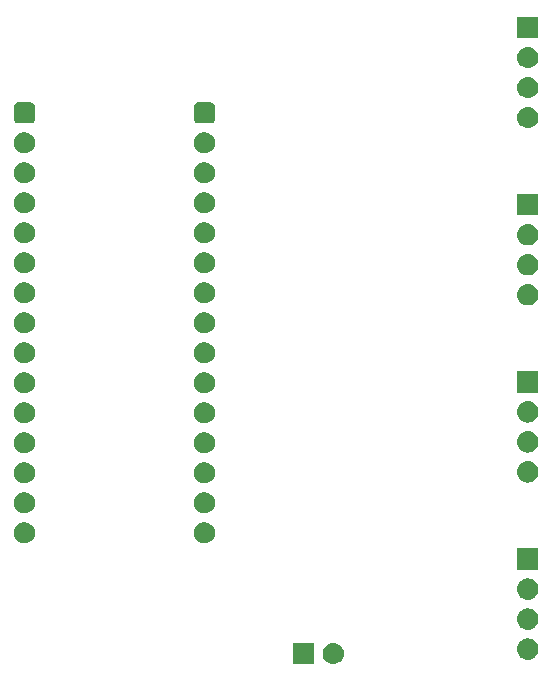
<source format=gbr>
G04 #@! TF.GenerationSoftware,KiCad,Pcbnew,(5.1.0)-1*
G04 #@! TF.CreationDate,2019-09-26T00:11:47-07:00*
G04 #@! TF.ProjectId,design,64657369-676e-42e6-9b69-6361645f7063,rev?*
G04 #@! TF.SameCoordinates,Original*
G04 #@! TF.FileFunction,Soldermask,Bot*
G04 #@! TF.FilePolarity,Negative*
%FSLAX46Y46*%
G04 Gerber Fmt 4.6, Leading zero omitted, Abs format (unit mm)*
G04 Created by KiCad (PCBNEW (5.1.0)-1) date 2019-09-26 00:11:47*
%MOMM*%
%LPD*%
G04 APERTURE LIST*
%ADD10C,0.100000*%
G04 APERTURE END LIST*
D10*
G36*
X148650442Y-83105518D02*
G01*
X148716627Y-83112037D01*
X148886466Y-83163557D01*
X149042991Y-83247222D01*
X149075050Y-83273532D01*
X149180186Y-83359814D01*
X149263448Y-83461271D01*
X149292778Y-83497009D01*
X149376443Y-83653534D01*
X149427963Y-83823373D01*
X149445359Y-84000000D01*
X149427963Y-84176627D01*
X149376443Y-84346466D01*
X149292778Y-84502991D01*
X149277998Y-84521000D01*
X149180186Y-84640186D01*
X149078729Y-84723448D01*
X149042991Y-84752778D01*
X148886466Y-84836443D01*
X148716627Y-84887963D01*
X148650442Y-84894482D01*
X148584260Y-84901000D01*
X148495740Y-84901000D01*
X148429558Y-84894482D01*
X148363373Y-84887963D01*
X148193534Y-84836443D01*
X148037009Y-84752778D01*
X148001271Y-84723448D01*
X147899814Y-84640186D01*
X147802002Y-84521000D01*
X147787222Y-84502991D01*
X147703557Y-84346466D01*
X147652037Y-84176627D01*
X147634641Y-84000000D01*
X147652037Y-83823373D01*
X147703557Y-83653534D01*
X147787222Y-83497009D01*
X147816552Y-83461271D01*
X147899814Y-83359814D01*
X148004950Y-83273532D01*
X148037009Y-83247222D01*
X148193534Y-83163557D01*
X148363373Y-83112037D01*
X148429558Y-83105518D01*
X148495740Y-83099000D01*
X148584260Y-83099000D01*
X148650442Y-83105518D01*
X148650442Y-83105518D01*
G37*
G36*
X146901000Y-84901000D02*
G01*
X145099000Y-84901000D01*
X145099000Y-83099000D01*
X146901000Y-83099000D01*
X146901000Y-84901000D01*
X146901000Y-84901000D01*
G37*
G36*
X165110443Y-82725519D02*
G01*
X165176627Y-82732037D01*
X165346466Y-82783557D01*
X165502991Y-82867222D01*
X165538729Y-82896552D01*
X165640186Y-82979814D01*
X165723448Y-83081271D01*
X165752778Y-83117009D01*
X165836443Y-83273534D01*
X165887963Y-83443373D01*
X165905359Y-83620000D01*
X165887963Y-83796627D01*
X165836443Y-83966466D01*
X165752778Y-84122991D01*
X165723448Y-84158729D01*
X165640186Y-84260186D01*
X165538729Y-84343448D01*
X165502991Y-84372778D01*
X165346466Y-84456443D01*
X165176627Y-84507963D01*
X165110443Y-84514481D01*
X165044260Y-84521000D01*
X164955740Y-84521000D01*
X164889557Y-84514481D01*
X164823373Y-84507963D01*
X164653534Y-84456443D01*
X164497009Y-84372778D01*
X164461271Y-84343448D01*
X164359814Y-84260186D01*
X164276552Y-84158729D01*
X164247222Y-84122991D01*
X164163557Y-83966466D01*
X164112037Y-83796627D01*
X164094641Y-83620000D01*
X164112037Y-83443373D01*
X164163557Y-83273534D01*
X164247222Y-83117009D01*
X164276552Y-83081271D01*
X164359814Y-82979814D01*
X164461271Y-82896552D01*
X164497009Y-82867222D01*
X164653534Y-82783557D01*
X164823373Y-82732037D01*
X164889557Y-82725519D01*
X164955740Y-82719000D01*
X165044260Y-82719000D01*
X165110443Y-82725519D01*
X165110443Y-82725519D01*
G37*
G36*
X165110443Y-80185519D02*
G01*
X165176627Y-80192037D01*
X165346466Y-80243557D01*
X165502991Y-80327222D01*
X165538729Y-80356552D01*
X165640186Y-80439814D01*
X165723448Y-80541271D01*
X165752778Y-80577009D01*
X165836443Y-80733534D01*
X165887963Y-80903373D01*
X165905359Y-81080000D01*
X165887963Y-81256627D01*
X165836443Y-81426466D01*
X165752778Y-81582991D01*
X165723448Y-81618729D01*
X165640186Y-81720186D01*
X165538729Y-81803448D01*
X165502991Y-81832778D01*
X165346466Y-81916443D01*
X165176627Y-81967963D01*
X165110442Y-81974482D01*
X165044260Y-81981000D01*
X164955740Y-81981000D01*
X164889558Y-81974482D01*
X164823373Y-81967963D01*
X164653534Y-81916443D01*
X164497009Y-81832778D01*
X164461271Y-81803448D01*
X164359814Y-81720186D01*
X164276552Y-81618729D01*
X164247222Y-81582991D01*
X164163557Y-81426466D01*
X164112037Y-81256627D01*
X164094641Y-81080000D01*
X164112037Y-80903373D01*
X164163557Y-80733534D01*
X164247222Y-80577009D01*
X164276552Y-80541271D01*
X164359814Y-80439814D01*
X164461271Y-80356552D01*
X164497009Y-80327222D01*
X164653534Y-80243557D01*
X164823373Y-80192037D01*
X164889557Y-80185519D01*
X164955740Y-80179000D01*
X165044260Y-80179000D01*
X165110443Y-80185519D01*
X165110443Y-80185519D01*
G37*
G36*
X165110442Y-77645518D02*
G01*
X165176627Y-77652037D01*
X165346466Y-77703557D01*
X165502991Y-77787222D01*
X165538729Y-77816552D01*
X165640186Y-77899814D01*
X165723448Y-78001271D01*
X165752778Y-78037009D01*
X165836443Y-78193534D01*
X165887963Y-78363373D01*
X165905359Y-78540000D01*
X165887963Y-78716627D01*
X165836443Y-78886466D01*
X165752778Y-79042991D01*
X165723448Y-79078729D01*
X165640186Y-79180186D01*
X165538729Y-79263448D01*
X165502991Y-79292778D01*
X165346466Y-79376443D01*
X165176627Y-79427963D01*
X165110443Y-79434481D01*
X165044260Y-79441000D01*
X164955740Y-79441000D01*
X164889557Y-79434481D01*
X164823373Y-79427963D01*
X164653534Y-79376443D01*
X164497009Y-79292778D01*
X164461271Y-79263448D01*
X164359814Y-79180186D01*
X164276552Y-79078729D01*
X164247222Y-79042991D01*
X164163557Y-78886466D01*
X164112037Y-78716627D01*
X164094641Y-78540000D01*
X164112037Y-78363373D01*
X164163557Y-78193534D01*
X164247222Y-78037009D01*
X164276552Y-78001271D01*
X164359814Y-77899814D01*
X164461271Y-77816552D01*
X164497009Y-77787222D01*
X164653534Y-77703557D01*
X164823373Y-77652037D01*
X164889558Y-77645518D01*
X164955740Y-77639000D01*
X165044260Y-77639000D01*
X165110442Y-77645518D01*
X165110442Y-77645518D01*
G37*
G36*
X165901000Y-76901000D02*
G01*
X164099000Y-76901000D01*
X164099000Y-75099000D01*
X165901000Y-75099000D01*
X165901000Y-76901000D01*
X165901000Y-76901000D01*
G37*
G36*
X137733512Y-72883927D02*
G01*
X137882812Y-72913624D01*
X138046784Y-72981544D01*
X138194354Y-73080147D01*
X138319853Y-73205646D01*
X138418456Y-73353216D01*
X138486376Y-73517188D01*
X138521000Y-73691259D01*
X138521000Y-73868741D01*
X138486376Y-74042812D01*
X138418456Y-74206784D01*
X138319853Y-74354354D01*
X138194354Y-74479853D01*
X138046784Y-74578456D01*
X137882812Y-74646376D01*
X137733512Y-74676073D01*
X137708742Y-74681000D01*
X137531258Y-74681000D01*
X137506488Y-74676073D01*
X137357188Y-74646376D01*
X137193216Y-74578456D01*
X137045646Y-74479853D01*
X136920147Y-74354354D01*
X136821544Y-74206784D01*
X136753624Y-74042812D01*
X136719000Y-73868741D01*
X136719000Y-73691259D01*
X136753624Y-73517188D01*
X136821544Y-73353216D01*
X136920147Y-73205646D01*
X137045646Y-73080147D01*
X137193216Y-72981544D01*
X137357188Y-72913624D01*
X137506488Y-72883927D01*
X137531258Y-72879000D01*
X137708742Y-72879000D01*
X137733512Y-72883927D01*
X137733512Y-72883927D01*
G37*
G36*
X122493512Y-72883927D02*
G01*
X122642812Y-72913624D01*
X122806784Y-72981544D01*
X122954354Y-73080147D01*
X123079853Y-73205646D01*
X123178456Y-73353216D01*
X123246376Y-73517188D01*
X123281000Y-73691259D01*
X123281000Y-73868741D01*
X123246376Y-74042812D01*
X123178456Y-74206784D01*
X123079853Y-74354354D01*
X122954354Y-74479853D01*
X122806784Y-74578456D01*
X122642812Y-74646376D01*
X122493512Y-74676073D01*
X122468742Y-74681000D01*
X122291258Y-74681000D01*
X122266488Y-74676073D01*
X122117188Y-74646376D01*
X121953216Y-74578456D01*
X121805646Y-74479853D01*
X121680147Y-74354354D01*
X121581544Y-74206784D01*
X121513624Y-74042812D01*
X121479000Y-73868741D01*
X121479000Y-73691259D01*
X121513624Y-73517188D01*
X121581544Y-73353216D01*
X121680147Y-73205646D01*
X121805646Y-73080147D01*
X121953216Y-72981544D01*
X122117188Y-72913624D01*
X122266488Y-72883927D01*
X122291258Y-72879000D01*
X122468742Y-72879000D01*
X122493512Y-72883927D01*
X122493512Y-72883927D01*
G37*
G36*
X137733512Y-70343927D02*
G01*
X137882812Y-70373624D01*
X138046784Y-70441544D01*
X138194354Y-70540147D01*
X138319853Y-70665646D01*
X138418456Y-70813216D01*
X138486376Y-70977188D01*
X138521000Y-71151259D01*
X138521000Y-71328741D01*
X138486376Y-71502812D01*
X138418456Y-71666784D01*
X138319853Y-71814354D01*
X138194354Y-71939853D01*
X138046784Y-72038456D01*
X137882812Y-72106376D01*
X137733512Y-72136073D01*
X137708742Y-72141000D01*
X137531258Y-72141000D01*
X137506488Y-72136073D01*
X137357188Y-72106376D01*
X137193216Y-72038456D01*
X137045646Y-71939853D01*
X136920147Y-71814354D01*
X136821544Y-71666784D01*
X136753624Y-71502812D01*
X136719000Y-71328741D01*
X136719000Y-71151259D01*
X136753624Y-70977188D01*
X136821544Y-70813216D01*
X136920147Y-70665646D01*
X137045646Y-70540147D01*
X137193216Y-70441544D01*
X137357188Y-70373624D01*
X137506488Y-70343927D01*
X137531258Y-70339000D01*
X137708742Y-70339000D01*
X137733512Y-70343927D01*
X137733512Y-70343927D01*
G37*
G36*
X122493512Y-70343927D02*
G01*
X122642812Y-70373624D01*
X122806784Y-70441544D01*
X122954354Y-70540147D01*
X123079853Y-70665646D01*
X123178456Y-70813216D01*
X123246376Y-70977188D01*
X123281000Y-71151259D01*
X123281000Y-71328741D01*
X123246376Y-71502812D01*
X123178456Y-71666784D01*
X123079853Y-71814354D01*
X122954354Y-71939853D01*
X122806784Y-72038456D01*
X122642812Y-72106376D01*
X122493512Y-72136073D01*
X122468742Y-72141000D01*
X122291258Y-72141000D01*
X122266488Y-72136073D01*
X122117188Y-72106376D01*
X121953216Y-72038456D01*
X121805646Y-71939853D01*
X121680147Y-71814354D01*
X121581544Y-71666784D01*
X121513624Y-71502812D01*
X121479000Y-71328741D01*
X121479000Y-71151259D01*
X121513624Y-70977188D01*
X121581544Y-70813216D01*
X121680147Y-70665646D01*
X121805646Y-70540147D01*
X121953216Y-70441544D01*
X122117188Y-70373624D01*
X122266488Y-70343927D01*
X122291258Y-70339000D01*
X122468742Y-70339000D01*
X122493512Y-70343927D01*
X122493512Y-70343927D01*
G37*
G36*
X137733512Y-67803927D02*
G01*
X137882812Y-67833624D01*
X138046784Y-67901544D01*
X138194354Y-68000147D01*
X138319853Y-68125646D01*
X138418456Y-68273216D01*
X138486376Y-68437188D01*
X138516073Y-68586488D01*
X138521000Y-68611258D01*
X138521000Y-68788742D01*
X138516073Y-68813512D01*
X138486376Y-68962812D01*
X138418456Y-69126784D01*
X138319853Y-69274354D01*
X138194354Y-69399853D01*
X138046784Y-69498456D01*
X137882812Y-69566376D01*
X137733512Y-69596073D01*
X137708742Y-69601000D01*
X137531258Y-69601000D01*
X137506488Y-69596073D01*
X137357188Y-69566376D01*
X137193216Y-69498456D01*
X137045646Y-69399853D01*
X136920147Y-69274354D01*
X136821544Y-69126784D01*
X136753624Y-68962812D01*
X136723927Y-68813512D01*
X136719000Y-68788742D01*
X136719000Y-68611258D01*
X136723927Y-68586488D01*
X136753624Y-68437188D01*
X136821544Y-68273216D01*
X136920147Y-68125646D01*
X137045646Y-68000147D01*
X137193216Y-67901544D01*
X137357188Y-67833624D01*
X137506488Y-67803927D01*
X137531258Y-67799000D01*
X137708742Y-67799000D01*
X137733512Y-67803927D01*
X137733512Y-67803927D01*
G37*
G36*
X122493512Y-67803927D02*
G01*
X122642812Y-67833624D01*
X122806784Y-67901544D01*
X122954354Y-68000147D01*
X123079853Y-68125646D01*
X123178456Y-68273216D01*
X123246376Y-68437188D01*
X123276073Y-68586488D01*
X123281000Y-68611258D01*
X123281000Y-68788742D01*
X123276073Y-68813512D01*
X123246376Y-68962812D01*
X123178456Y-69126784D01*
X123079853Y-69274354D01*
X122954354Y-69399853D01*
X122806784Y-69498456D01*
X122642812Y-69566376D01*
X122493512Y-69596073D01*
X122468742Y-69601000D01*
X122291258Y-69601000D01*
X122266488Y-69596073D01*
X122117188Y-69566376D01*
X121953216Y-69498456D01*
X121805646Y-69399853D01*
X121680147Y-69274354D01*
X121581544Y-69126784D01*
X121513624Y-68962812D01*
X121483927Y-68813512D01*
X121479000Y-68788742D01*
X121479000Y-68611258D01*
X121483927Y-68586488D01*
X121513624Y-68437188D01*
X121581544Y-68273216D01*
X121680147Y-68125646D01*
X121805646Y-68000147D01*
X121953216Y-67901544D01*
X122117188Y-67833624D01*
X122266488Y-67803927D01*
X122291258Y-67799000D01*
X122468742Y-67799000D01*
X122493512Y-67803927D01*
X122493512Y-67803927D01*
G37*
G36*
X165110442Y-67725518D02*
G01*
X165176627Y-67732037D01*
X165346466Y-67783557D01*
X165502991Y-67867222D01*
X165538729Y-67896552D01*
X165640186Y-67979814D01*
X165723448Y-68081271D01*
X165752778Y-68117009D01*
X165836443Y-68273534D01*
X165887963Y-68443373D01*
X165905359Y-68620000D01*
X165887963Y-68796627D01*
X165836443Y-68966466D01*
X165752778Y-69122991D01*
X165749665Y-69126784D01*
X165640186Y-69260186D01*
X165538729Y-69343448D01*
X165502991Y-69372778D01*
X165346466Y-69456443D01*
X165176627Y-69507963D01*
X165110442Y-69514482D01*
X165044260Y-69521000D01*
X164955740Y-69521000D01*
X164889558Y-69514482D01*
X164823373Y-69507963D01*
X164653534Y-69456443D01*
X164497009Y-69372778D01*
X164461271Y-69343448D01*
X164359814Y-69260186D01*
X164250335Y-69126784D01*
X164247222Y-69122991D01*
X164163557Y-68966466D01*
X164112037Y-68796627D01*
X164094641Y-68620000D01*
X164112037Y-68443373D01*
X164163557Y-68273534D01*
X164247222Y-68117009D01*
X164276552Y-68081271D01*
X164359814Y-67979814D01*
X164461271Y-67896552D01*
X164497009Y-67867222D01*
X164653534Y-67783557D01*
X164823373Y-67732037D01*
X164889558Y-67725518D01*
X164955740Y-67719000D01*
X165044260Y-67719000D01*
X165110442Y-67725518D01*
X165110442Y-67725518D01*
G37*
G36*
X122493512Y-65263927D02*
G01*
X122642812Y-65293624D01*
X122806784Y-65361544D01*
X122954354Y-65460147D01*
X123079853Y-65585646D01*
X123178456Y-65733216D01*
X123246376Y-65897188D01*
X123276073Y-66046488D01*
X123281000Y-66071258D01*
X123281000Y-66248742D01*
X123276073Y-66273512D01*
X123246376Y-66422812D01*
X123178456Y-66586784D01*
X123079853Y-66734354D01*
X122954354Y-66859853D01*
X122806784Y-66958456D01*
X122642812Y-67026376D01*
X122493512Y-67056073D01*
X122468742Y-67061000D01*
X122291258Y-67061000D01*
X122266488Y-67056073D01*
X122117188Y-67026376D01*
X121953216Y-66958456D01*
X121805646Y-66859853D01*
X121680147Y-66734354D01*
X121581544Y-66586784D01*
X121513624Y-66422812D01*
X121483927Y-66273512D01*
X121479000Y-66248742D01*
X121479000Y-66071258D01*
X121483927Y-66046488D01*
X121513624Y-65897188D01*
X121581544Y-65733216D01*
X121680147Y-65585646D01*
X121805646Y-65460147D01*
X121953216Y-65361544D01*
X122117188Y-65293624D01*
X122266488Y-65263927D01*
X122291258Y-65259000D01*
X122468742Y-65259000D01*
X122493512Y-65263927D01*
X122493512Y-65263927D01*
G37*
G36*
X137733512Y-65263927D02*
G01*
X137882812Y-65293624D01*
X138046784Y-65361544D01*
X138194354Y-65460147D01*
X138319853Y-65585646D01*
X138418456Y-65733216D01*
X138486376Y-65897188D01*
X138516073Y-66046488D01*
X138521000Y-66071258D01*
X138521000Y-66248742D01*
X138516073Y-66273512D01*
X138486376Y-66422812D01*
X138418456Y-66586784D01*
X138319853Y-66734354D01*
X138194354Y-66859853D01*
X138046784Y-66958456D01*
X137882812Y-67026376D01*
X137733512Y-67056073D01*
X137708742Y-67061000D01*
X137531258Y-67061000D01*
X137506488Y-67056073D01*
X137357188Y-67026376D01*
X137193216Y-66958456D01*
X137045646Y-66859853D01*
X136920147Y-66734354D01*
X136821544Y-66586784D01*
X136753624Y-66422812D01*
X136723927Y-66273512D01*
X136719000Y-66248742D01*
X136719000Y-66071258D01*
X136723927Y-66046488D01*
X136753624Y-65897188D01*
X136821544Y-65733216D01*
X136920147Y-65585646D01*
X137045646Y-65460147D01*
X137193216Y-65361544D01*
X137357188Y-65293624D01*
X137506488Y-65263927D01*
X137531258Y-65259000D01*
X137708742Y-65259000D01*
X137733512Y-65263927D01*
X137733512Y-65263927D01*
G37*
G36*
X165110442Y-65185518D02*
G01*
X165176627Y-65192037D01*
X165346466Y-65243557D01*
X165502991Y-65327222D01*
X165538729Y-65356552D01*
X165640186Y-65439814D01*
X165723448Y-65541271D01*
X165752778Y-65577009D01*
X165836443Y-65733534D01*
X165887963Y-65903373D01*
X165905359Y-66080000D01*
X165887963Y-66256627D01*
X165836443Y-66426466D01*
X165752778Y-66582991D01*
X165749665Y-66586784D01*
X165640186Y-66720186D01*
X165538729Y-66803448D01*
X165502991Y-66832778D01*
X165346466Y-66916443D01*
X165176627Y-66967963D01*
X165110443Y-66974481D01*
X165044260Y-66981000D01*
X164955740Y-66981000D01*
X164889557Y-66974481D01*
X164823373Y-66967963D01*
X164653534Y-66916443D01*
X164497009Y-66832778D01*
X164461271Y-66803448D01*
X164359814Y-66720186D01*
X164250335Y-66586784D01*
X164247222Y-66582991D01*
X164163557Y-66426466D01*
X164112037Y-66256627D01*
X164094641Y-66080000D01*
X164112037Y-65903373D01*
X164163557Y-65733534D01*
X164247222Y-65577009D01*
X164276552Y-65541271D01*
X164359814Y-65439814D01*
X164461271Y-65356552D01*
X164497009Y-65327222D01*
X164653534Y-65243557D01*
X164823373Y-65192037D01*
X164889558Y-65185518D01*
X164955740Y-65179000D01*
X165044260Y-65179000D01*
X165110442Y-65185518D01*
X165110442Y-65185518D01*
G37*
G36*
X137733512Y-62723927D02*
G01*
X137882812Y-62753624D01*
X138046784Y-62821544D01*
X138194354Y-62920147D01*
X138319853Y-63045646D01*
X138418456Y-63193216D01*
X138486376Y-63357188D01*
X138516073Y-63506488D01*
X138521000Y-63531258D01*
X138521000Y-63708742D01*
X138516073Y-63733512D01*
X138486376Y-63882812D01*
X138418456Y-64046784D01*
X138319853Y-64194354D01*
X138194354Y-64319853D01*
X138046784Y-64418456D01*
X137882812Y-64486376D01*
X137733512Y-64516073D01*
X137708742Y-64521000D01*
X137531258Y-64521000D01*
X137506488Y-64516073D01*
X137357188Y-64486376D01*
X137193216Y-64418456D01*
X137045646Y-64319853D01*
X136920147Y-64194354D01*
X136821544Y-64046784D01*
X136753624Y-63882812D01*
X136723927Y-63733512D01*
X136719000Y-63708742D01*
X136719000Y-63531258D01*
X136723927Y-63506488D01*
X136753624Y-63357188D01*
X136821544Y-63193216D01*
X136920147Y-63045646D01*
X137045646Y-62920147D01*
X137193216Y-62821544D01*
X137357188Y-62753624D01*
X137506488Y-62723927D01*
X137531258Y-62719000D01*
X137708742Y-62719000D01*
X137733512Y-62723927D01*
X137733512Y-62723927D01*
G37*
G36*
X122493512Y-62723927D02*
G01*
X122642812Y-62753624D01*
X122806784Y-62821544D01*
X122954354Y-62920147D01*
X123079853Y-63045646D01*
X123178456Y-63193216D01*
X123246376Y-63357188D01*
X123276073Y-63506488D01*
X123281000Y-63531258D01*
X123281000Y-63708742D01*
X123276073Y-63733512D01*
X123246376Y-63882812D01*
X123178456Y-64046784D01*
X123079853Y-64194354D01*
X122954354Y-64319853D01*
X122806784Y-64418456D01*
X122642812Y-64486376D01*
X122493512Y-64516073D01*
X122468742Y-64521000D01*
X122291258Y-64521000D01*
X122266488Y-64516073D01*
X122117188Y-64486376D01*
X121953216Y-64418456D01*
X121805646Y-64319853D01*
X121680147Y-64194354D01*
X121581544Y-64046784D01*
X121513624Y-63882812D01*
X121483927Y-63733512D01*
X121479000Y-63708742D01*
X121479000Y-63531258D01*
X121483927Y-63506488D01*
X121513624Y-63357188D01*
X121581544Y-63193216D01*
X121680147Y-63045646D01*
X121805646Y-62920147D01*
X121953216Y-62821544D01*
X122117188Y-62753624D01*
X122266488Y-62723927D01*
X122291258Y-62719000D01*
X122468742Y-62719000D01*
X122493512Y-62723927D01*
X122493512Y-62723927D01*
G37*
G36*
X165110443Y-62645519D02*
G01*
X165176627Y-62652037D01*
X165346466Y-62703557D01*
X165502991Y-62787222D01*
X165538729Y-62816552D01*
X165640186Y-62899814D01*
X165723448Y-63001271D01*
X165752778Y-63037009D01*
X165836443Y-63193534D01*
X165887963Y-63363373D01*
X165905359Y-63540000D01*
X165887963Y-63716627D01*
X165836443Y-63886466D01*
X165752778Y-64042991D01*
X165749665Y-64046784D01*
X165640186Y-64180186D01*
X165538729Y-64263448D01*
X165502991Y-64292778D01*
X165346466Y-64376443D01*
X165176627Y-64427963D01*
X165110442Y-64434482D01*
X165044260Y-64441000D01*
X164955740Y-64441000D01*
X164889558Y-64434482D01*
X164823373Y-64427963D01*
X164653534Y-64376443D01*
X164497009Y-64292778D01*
X164461271Y-64263448D01*
X164359814Y-64180186D01*
X164250335Y-64046784D01*
X164247222Y-64042991D01*
X164163557Y-63886466D01*
X164112037Y-63716627D01*
X164094641Y-63540000D01*
X164112037Y-63363373D01*
X164163557Y-63193534D01*
X164247222Y-63037009D01*
X164276552Y-63001271D01*
X164359814Y-62899814D01*
X164461271Y-62816552D01*
X164497009Y-62787222D01*
X164653534Y-62703557D01*
X164823373Y-62652037D01*
X164889557Y-62645519D01*
X164955740Y-62639000D01*
X165044260Y-62639000D01*
X165110443Y-62645519D01*
X165110443Y-62645519D01*
G37*
G36*
X137733512Y-60183927D02*
G01*
X137882812Y-60213624D01*
X138046784Y-60281544D01*
X138194354Y-60380147D01*
X138319853Y-60505646D01*
X138418456Y-60653216D01*
X138486376Y-60817188D01*
X138521000Y-60991259D01*
X138521000Y-61168741D01*
X138486376Y-61342812D01*
X138418456Y-61506784D01*
X138319853Y-61654354D01*
X138194354Y-61779853D01*
X138046784Y-61878456D01*
X137882812Y-61946376D01*
X137733512Y-61976073D01*
X137708742Y-61981000D01*
X137531258Y-61981000D01*
X137506488Y-61976073D01*
X137357188Y-61946376D01*
X137193216Y-61878456D01*
X137045646Y-61779853D01*
X136920147Y-61654354D01*
X136821544Y-61506784D01*
X136753624Y-61342812D01*
X136719000Y-61168741D01*
X136719000Y-60991259D01*
X136753624Y-60817188D01*
X136821544Y-60653216D01*
X136920147Y-60505646D01*
X137045646Y-60380147D01*
X137193216Y-60281544D01*
X137357188Y-60213624D01*
X137506488Y-60183927D01*
X137531258Y-60179000D01*
X137708742Y-60179000D01*
X137733512Y-60183927D01*
X137733512Y-60183927D01*
G37*
G36*
X122493512Y-60183927D02*
G01*
X122642812Y-60213624D01*
X122806784Y-60281544D01*
X122954354Y-60380147D01*
X123079853Y-60505646D01*
X123178456Y-60653216D01*
X123246376Y-60817188D01*
X123281000Y-60991259D01*
X123281000Y-61168741D01*
X123246376Y-61342812D01*
X123178456Y-61506784D01*
X123079853Y-61654354D01*
X122954354Y-61779853D01*
X122806784Y-61878456D01*
X122642812Y-61946376D01*
X122493512Y-61976073D01*
X122468742Y-61981000D01*
X122291258Y-61981000D01*
X122266488Y-61976073D01*
X122117188Y-61946376D01*
X121953216Y-61878456D01*
X121805646Y-61779853D01*
X121680147Y-61654354D01*
X121581544Y-61506784D01*
X121513624Y-61342812D01*
X121479000Y-61168741D01*
X121479000Y-60991259D01*
X121513624Y-60817188D01*
X121581544Y-60653216D01*
X121680147Y-60505646D01*
X121805646Y-60380147D01*
X121953216Y-60281544D01*
X122117188Y-60213624D01*
X122266488Y-60183927D01*
X122291258Y-60179000D01*
X122468742Y-60179000D01*
X122493512Y-60183927D01*
X122493512Y-60183927D01*
G37*
G36*
X165901000Y-61901000D02*
G01*
X164099000Y-61901000D01*
X164099000Y-60099000D01*
X165901000Y-60099000D01*
X165901000Y-61901000D01*
X165901000Y-61901000D01*
G37*
G36*
X122493512Y-57643927D02*
G01*
X122642812Y-57673624D01*
X122806784Y-57741544D01*
X122954354Y-57840147D01*
X123079853Y-57965646D01*
X123178456Y-58113216D01*
X123246376Y-58277188D01*
X123281000Y-58451259D01*
X123281000Y-58628741D01*
X123246376Y-58802812D01*
X123178456Y-58966784D01*
X123079853Y-59114354D01*
X122954354Y-59239853D01*
X122806784Y-59338456D01*
X122642812Y-59406376D01*
X122493512Y-59436073D01*
X122468742Y-59441000D01*
X122291258Y-59441000D01*
X122266488Y-59436073D01*
X122117188Y-59406376D01*
X121953216Y-59338456D01*
X121805646Y-59239853D01*
X121680147Y-59114354D01*
X121581544Y-58966784D01*
X121513624Y-58802812D01*
X121479000Y-58628741D01*
X121479000Y-58451259D01*
X121513624Y-58277188D01*
X121581544Y-58113216D01*
X121680147Y-57965646D01*
X121805646Y-57840147D01*
X121953216Y-57741544D01*
X122117188Y-57673624D01*
X122266488Y-57643927D01*
X122291258Y-57639000D01*
X122468742Y-57639000D01*
X122493512Y-57643927D01*
X122493512Y-57643927D01*
G37*
G36*
X137733512Y-57643927D02*
G01*
X137882812Y-57673624D01*
X138046784Y-57741544D01*
X138194354Y-57840147D01*
X138319853Y-57965646D01*
X138418456Y-58113216D01*
X138486376Y-58277188D01*
X138521000Y-58451259D01*
X138521000Y-58628741D01*
X138486376Y-58802812D01*
X138418456Y-58966784D01*
X138319853Y-59114354D01*
X138194354Y-59239853D01*
X138046784Y-59338456D01*
X137882812Y-59406376D01*
X137733512Y-59436073D01*
X137708742Y-59441000D01*
X137531258Y-59441000D01*
X137506488Y-59436073D01*
X137357188Y-59406376D01*
X137193216Y-59338456D01*
X137045646Y-59239853D01*
X136920147Y-59114354D01*
X136821544Y-58966784D01*
X136753624Y-58802812D01*
X136719000Y-58628741D01*
X136719000Y-58451259D01*
X136753624Y-58277188D01*
X136821544Y-58113216D01*
X136920147Y-57965646D01*
X137045646Y-57840147D01*
X137193216Y-57741544D01*
X137357188Y-57673624D01*
X137506488Y-57643927D01*
X137531258Y-57639000D01*
X137708742Y-57639000D01*
X137733512Y-57643927D01*
X137733512Y-57643927D01*
G37*
G36*
X137733512Y-55103927D02*
G01*
X137882812Y-55133624D01*
X138046784Y-55201544D01*
X138194354Y-55300147D01*
X138319853Y-55425646D01*
X138418456Y-55573216D01*
X138486376Y-55737188D01*
X138521000Y-55911259D01*
X138521000Y-56088741D01*
X138486376Y-56262812D01*
X138418456Y-56426784D01*
X138319853Y-56574354D01*
X138194354Y-56699853D01*
X138046784Y-56798456D01*
X137882812Y-56866376D01*
X137733512Y-56896073D01*
X137708742Y-56901000D01*
X137531258Y-56901000D01*
X137506488Y-56896073D01*
X137357188Y-56866376D01*
X137193216Y-56798456D01*
X137045646Y-56699853D01*
X136920147Y-56574354D01*
X136821544Y-56426784D01*
X136753624Y-56262812D01*
X136719000Y-56088741D01*
X136719000Y-55911259D01*
X136753624Y-55737188D01*
X136821544Y-55573216D01*
X136920147Y-55425646D01*
X137045646Y-55300147D01*
X137193216Y-55201544D01*
X137357188Y-55133624D01*
X137506488Y-55103927D01*
X137531258Y-55099000D01*
X137708742Y-55099000D01*
X137733512Y-55103927D01*
X137733512Y-55103927D01*
G37*
G36*
X122493512Y-55103927D02*
G01*
X122642812Y-55133624D01*
X122806784Y-55201544D01*
X122954354Y-55300147D01*
X123079853Y-55425646D01*
X123178456Y-55573216D01*
X123246376Y-55737188D01*
X123281000Y-55911259D01*
X123281000Y-56088741D01*
X123246376Y-56262812D01*
X123178456Y-56426784D01*
X123079853Y-56574354D01*
X122954354Y-56699853D01*
X122806784Y-56798456D01*
X122642812Y-56866376D01*
X122493512Y-56896073D01*
X122468742Y-56901000D01*
X122291258Y-56901000D01*
X122266488Y-56896073D01*
X122117188Y-56866376D01*
X121953216Y-56798456D01*
X121805646Y-56699853D01*
X121680147Y-56574354D01*
X121581544Y-56426784D01*
X121513624Y-56262812D01*
X121479000Y-56088741D01*
X121479000Y-55911259D01*
X121513624Y-55737188D01*
X121581544Y-55573216D01*
X121680147Y-55425646D01*
X121805646Y-55300147D01*
X121953216Y-55201544D01*
X122117188Y-55133624D01*
X122266488Y-55103927D01*
X122291258Y-55099000D01*
X122468742Y-55099000D01*
X122493512Y-55103927D01*
X122493512Y-55103927D01*
G37*
G36*
X165110443Y-52725519D02*
G01*
X165176627Y-52732037D01*
X165346466Y-52783557D01*
X165502991Y-52867222D01*
X165538729Y-52896552D01*
X165640186Y-52979814D01*
X165723448Y-53081271D01*
X165752778Y-53117009D01*
X165836443Y-53273534D01*
X165887963Y-53443373D01*
X165905359Y-53620000D01*
X165887963Y-53796627D01*
X165836443Y-53966466D01*
X165752778Y-54122991D01*
X165723448Y-54158729D01*
X165640186Y-54260186D01*
X165559533Y-54326375D01*
X165502991Y-54372778D01*
X165346466Y-54456443D01*
X165176627Y-54507963D01*
X165110443Y-54514481D01*
X165044260Y-54521000D01*
X164955740Y-54521000D01*
X164889557Y-54514481D01*
X164823373Y-54507963D01*
X164653534Y-54456443D01*
X164497009Y-54372778D01*
X164440467Y-54326375D01*
X164359814Y-54260186D01*
X164276552Y-54158729D01*
X164247222Y-54122991D01*
X164163557Y-53966466D01*
X164112037Y-53796627D01*
X164094641Y-53620000D01*
X164112037Y-53443373D01*
X164163557Y-53273534D01*
X164247222Y-53117009D01*
X164276552Y-53081271D01*
X164359814Y-52979814D01*
X164461271Y-52896552D01*
X164497009Y-52867222D01*
X164653534Y-52783557D01*
X164823373Y-52732037D01*
X164889557Y-52725519D01*
X164955740Y-52719000D01*
X165044260Y-52719000D01*
X165110443Y-52725519D01*
X165110443Y-52725519D01*
G37*
G36*
X137733512Y-52563927D02*
G01*
X137882812Y-52593624D01*
X138046784Y-52661544D01*
X138194354Y-52760147D01*
X138319853Y-52885646D01*
X138418456Y-53033216D01*
X138486376Y-53197188D01*
X138521000Y-53371259D01*
X138521000Y-53548741D01*
X138486376Y-53722812D01*
X138418456Y-53886784D01*
X138319853Y-54034354D01*
X138194354Y-54159853D01*
X138046784Y-54258456D01*
X137882812Y-54326376D01*
X137733512Y-54356073D01*
X137708742Y-54361000D01*
X137531258Y-54361000D01*
X137506488Y-54356073D01*
X137357188Y-54326376D01*
X137193216Y-54258456D01*
X137045646Y-54159853D01*
X136920147Y-54034354D01*
X136821544Y-53886784D01*
X136753624Y-53722812D01*
X136719000Y-53548741D01*
X136719000Y-53371259D01*
X136753624Y-53197188D01*
X136821544Y-53033216D01*
X136920147Y-52885646D01*
X137045646Y-52760147D01*
X137193216Y-52661544D01*
X137357188Y-52593624D01*
X137506488Y-52563927D01*
X137531258Y-52559000D01*
X137708742Y-52559000D01*
X137733512Y-52563927D01*
X137733512Y-52563927D01*
G37*
G36*
X122493512Y-52563927D02*
G01*
X122642812Y-52593624D01*
X122806784Y-52661544D01*
X122954354Y-52760147D01*
X123079853Y-52885646D01*
X123178456Y-53033216D01*
X123246376Y-53197188D01*
X123281000Y-53371259D01*
X123281000Y-53548741D01*
X123246376Y-53722812D01*
X123178456Y-53886784D01*
X123079853Y-54034354D01*
X122954354Y-54159853D01*
X122806784Y-54258456D01*
X122642812Y-54326376D01*
X122493512Y-54356073D01*
X122468742Y-54361000D01*
X122291258Y-54361000D01*
X122266488Y-54356073D01*
X122117188Y-54326376D01*
X121953216Y-54258456D01*
X121805646Y-54159853D01*
X121680147Y-54034354D01*
X121581544Y-53886784D01*
X121513624Y-53722812D01*
X121479000Y-53548741D01*
X121479000Y-53371259D01*
X121513624Y-53197188D01*
X121581544Y-53033216D01*
X121680147Y-52885646D01*
X121805646Y-52760147D01*
X121953216Y-52661544D01*
X122117188Y-52593624D01*
X122266488Y-52563927D01*
X122291258Y-52559000D01*
X122468742Y-52559000D01*
X122493512Y-52563927D01*
X122493512Y-52563927D01*
G37*
G36*
X165110442Y-50185518D02*
G01*
X165176627Y-50192037D01*
X165346466Y-50243557D01*
X165502991Y-50327222D01*
X165538729Y-50356552D01*
X165640186Y-50439814D01*
X165723448Y-50541271D01*
X165752778Y-50577009D01*
X165836443Y-50733534D01*
X165887963Y-50903373D01*
X165905359Y-51080000D01*
X165887963Y-51256627D01*
X165836443Y-51426466D01*
X165752778Y-51582991D01*
X165723448Y-51618729D01*
X165640186Y-51720186D01*
X165559533Y-51786375D01*
X165502991Y-51832778D01*
X165346466Y-51916443D01*
X165176627Y-51967963D01*
X165110443Y-51974481D01*
X165044260Y-51981000D01*
X164955740Y-51981000D01*
X164889558Y-51974482D01*
X164823373Y-51967963D01*
X164653534Y-51916443D01*
X164497009Y-51832778D01*
X164440467Y-51786375D01*
X164359814Y-51720186D01*
X164276552Y-51618729D01*
X164247222Y-51582991D01*
X164163557Y-51426466D01*
X164112037Y-51256627D01*
X164094641Y-51080000D01*
X164112037Y-50903373D01*
X164163557Y-50733534D01*
X164247222Y-50577009D01*
X164276552Y-50541271D01*
X164359814Y-50439814D01*
X164461271Y-50356552D01*
X164497009Y-50327222D01*
X164653534Y-50243557D01*
X164823373Y-50192037D01*
X164889558Y-50185518D01*
X164955740Y-50179000D01*
X165044260Y-50179000D01*
X165110442Y-50185518D01*
X165110442Y-50185518D01*
G37*
G36*
X122493512Y-50023927D02*
G01*
X122642812Y-50053624D01*
X122806784Y-50121544D01*
X122954354Y-50220147D01*
X123079853Y-50345646D01*
X123178456Y-50493216D01*
X123246376Y-50657188D01*
X123281000Y-50831259D01*
X123281000Y-51008741D01*
X123246376Y-51182812D01*
X123178456Y-51346784D01*
X123079853Y-51494354D01*
X122954354Y-51619853D01*
X122806784Y-51718456D01*
X122642812Y-51786376D01*
X122493512Y-51816073D01*
X122468742Y-51821000D01*
X122291258Y-51821000D01*
X122266488Y-51816073D01*
X122117188Y-51786376D01*
X121953216Y-51718456D01*
X121805646Y-51619853D01*
X121680147Y-51494354D01*
X121581544Y-51346784D01*
X121513624Y-51182812D01*
X121479000Y-51008741D01*
X121479000Y-50831259D01*
X121513624Y-50657188D01*
X121581544Y-50493216D01*
X121680147Y-50345646D01*
X121805646Y-50220147D01*
X121953216Y-50121544D01*
X122117188Y-50053624D01*
X122266488Y-50023927D01*
X122291258Y-50019000D01*
X122468742Y-50019000D01*
X122493512Y-50023927D01*
X122493512Y-50023927D01*
G37*
G36*
X137733512Y-50023927D02*
G01*
X137882812Y-50053624D01*
X138046784Y-50121544D01*
X138194354Y-50220147D01*
X138319853Y-50345646D01*
X138418456Y-50493216D01*
X138486376Y-50657188D01*
X138521000Y-50831259D01*
X138521000Y-51008741D01*
X138486376Y-51182812D01*
X138418456Y-51346784D01*
X138319853Y-51494354D01*
X138194354Y-51619853D01*
X138046784Y-51718456D01*
X137882812Y-51786376D01*
X137733512Y-51816073D01*
X137708742Y-51821000D01*
X137531258Y-51821000D01*
X137506488Y-51816073D01*
X137357188Y-51786376D01*
X137193216Y-51718456D01*
X137045646Y-51619853D01*
X136920147Y-51494354D01*
X136821544Y-51346784D01*
X136753624Y-51182812D01*
X136719000Y-51008741D01*
X136719000Y-50831259D01*
X136753624Y-50657188D01*
X136821544Y-50493216D01*
X136920147Y-50345646D01*
X137045646Y-50220147D01*
X137193216Y-50121544D01*
X137357188Y-50053624D01*
X137506488Y-50023927D01*
X137531258Y-50019000D01*
X137708742Y-50019000D01*
X137733512Y-50023927D01*
X137733512Y-50023927D01*
G37*
G36*
X165110442Y-47645518D02*
G01*
X165176627Y-47652037D01*
X165346466Y-47703557D01*
X165502991Y-47787222D01*
X165538729Y-47816552D01*
X165640186Y-47899814D01*
X165723448Y-48001271D01*
X165752778Y-48037009D01*
X165836443Y-48193534D01*
X165887963Y-48363373D01*
X165905359Y-48540000D01*
X165887963Y-48716627D01*
X165836443Y-48886466D01*
X165752778Y-49042991D01*
X165723448Y-49078729D01*
X165640186Y-49180186D01*
X165559533Y-49246375D01*
X165502991Y-49292778D01*
X165346466Y-49376443D01*
X165176627Y-49427963D01*
X165110443Y-49434481D01*
X165044260Y-49441000D01*
X164955740Y-49441000D01*
X164889557Y-49434481D01*
X164823373Y-49427963D01*
X164653534Y-49376443D01*
X164497009Y-49292778D01*
X164440467Y-49246375D01*
X164359814Y-49180186D01*
X164276552Y-49078729D01*
X164247222Y-49042991D01*
X164163557Y-48886466D01*
X164112037Y-48716627D01*
X164094641Y-48540000D01*
X164112037Y-48363373D01*
X164163557Y-48193534D01*
X164247222Y-48037009D01*
X164276552Y-48001271D01*
X164359814Y-47899814D01*
X164461271Y-47816552D01*
X164497009Y-47787222D01*
X164653534Y-47703557D01*
X164823373Y-47652037D01*
X164889557Y-47645519D01*
X164955740Y-47639000D01*
X165044260Y-47639000D01*
X165110442Y-47645518D01*
X165110442Y-47645518D01*
G37*
G36*
X122493512Y-47483927D02*
G01*
X122642812Y-47513624D01*
X122806784Y-47581544D01*
X122954354Y-47680147D01*
X123079853Y-47805646D01*
X123178456Y-47953216D01*
X123246376Y-48117188D01*
X123281000Y-48291259D01*
X123281000Y-48468741D01*
X123246376Y-48642812D01*
X123178456Y-48806784D01*
X123079853Y-48954354D01*
X122954354Y-49079853D01*
X122806784Y-49178456D01*
X122642812Y-49246376D01*
X122493512Y-49276073D01*
X122468742Y-49281000D01*
X122291258Y-49281000D01*
X122266488Y-49276073D01*
X122117188Y-49246376D01*
X121953216Y-49178456D01*
X121805646Y-49079853D01*
X121680147Y-48954354D01*
X121581544Y-48806784D01*
X121513624Y-48642812D01*
X121479000Y-48468741D01*
X121479000Y-48291259D01*
X121513624Y-48117188D01*
X121581544Y-47953216D01*
X121680147Y-47805646D01*
X121805646Y-47680147D01*
X121953216Y-47581544D01*
X122117188Y-47513624D01*
X122266488Y-47483927D01*
X122291258Y-47479000D01*
X122468742Y-47479000D01*
X122493512Y-47483927D01*
X122493512Y-47483927D01*
G37*
G36*
X137733512Y-47483927D02*
G01*
X137882812Y-47513624D01*
X138046784Y-47581544D01*
X138194354Y-47680147D01*
X138319853Y-47805646D01*
X138418456Y-47953216D01*
X138486376Y-48117188D01*
X138521000Y-48291259D01*
X138521000Y-48468741D01*
X138486376Y-48642812D01*
X138418456Y-48806784D01*
X138319853Y-48954354D01*
X138194354Y-49079853D01*
X138046784Y-49178456D01*
X137882812Y-49246376D01*
X137733512Y-49276073D01*
X137708742Y-49281000D01*
X137531258Y-49281000D01*
X137506488Y-49276073D01*
X137357188Y-49246376D01*
X137193216Y-49178456D01*
X137045646Y-49079853D01*
X136920147Y-48954354D01*
X136821544Y-48806784D01*
X136753624Y-48642812D01*
X136719000Y-48468741D01*
X136719000Y-48291259D01*
X136753624Y-48117188D01*
X136821544Y-47953216D01*
X136920147Y-47805646D01*
X137045646Y-47680147D01*
X137193216Y-47581544D01*
X137357188Y-47513624D01*
X137506488Y-47483927D01*
X137531258Y-47479000D01*
X137708742Y-47479000D01*
X137733512Y-47483927D01*
X137733512Y-47483927D01*
G37*
G36*
X165901000Y-46901000D02*
G01*
X164099000Y-46901000D01*
X164099000Y-45099000D01*
X165901000Y-45099000D01*
X165901000Y-46901000D01*
X165901000Y-46901000D01*
G37*
G36*
X137733512Y-44943927D02*
G01*
X137882812Y-44973624D01*
X138046784Y-45041544D01*
X138194354Y-45140147D01*
X138319853Y-45265646D01*
X138418456Y-45413216D01*
X138486376Y-45577188D01*
X138521000Y-45751259D01*
X138521000Y-45928741D01*
X138486376Y-46102812D01*
X138418456Y-46266784D01*
X138319853Y-46414354D01*
X138194354Y-46539853D01*
X138046784Y-46638456D01*
X137882812Y-46706376D01*
X137733512Y-46736073D01*
X137708742Y-46741000D01*
X137531258Y-46741000D01*
X137506488Y-46736073D01*
X137357188Y-46706376D01*
X137193216Y-46638456D01*
X137045646Y-46539853D01*
X136920147Y-46414354D01*
X136821544Y-46266784D01*
X136753624Y-46102812D01*
X136719000Y-45928741D01*
X136719000Y-45751259D01*
X136753624Y-45577188D01*
X136821544Y-45413216D01*
X136920147Y-45265646D01*
X137045646Y-45140147D01*
X137193216Y-45041544D01*
X137357188Y-44973624D01*
X137506488Y-44943927D01*
X137531258Y-44939000D01*
X137708742Y-44939000D01*
X137733512Y-44943927D01*
X137733512Y-44943927D01*
G37*
G36*
X122493512Y-44943927D02*
G01*
X122642812Y-44973624D01*
X122806784Y-45041544D01*
X122954354Y-45140147D01*
X123079853Y-45265646D01*
X123178456Y-45413216D01*
X123246376Y-45577188D01*
X123281000Y-45751259D01*
X123281000Y-45928741D01*
X123246376Y-46102812D01*
X123178456Y-46266784D01*
X123079853Y-46414354D01*
X122954354Y-46539853D01*
X122806784Y-46638456D01*
X122642812Y-46706376D01*
X122493512Y-46736073D01*
X122468742Y-46741000D01*
X122291258Y-46741000D01*
X122266488Y-46736073D01*
X122117188Y-46706376D01*
X121953216Y-46638456D01*
X121805646Y-46539853D01*
X121680147Y-46414354D01*
X121581544Y-46266784D01*
X121513624Y-46102812D01*
X121479000Y-45928741D01*
X121479000Y-45751259D01*
X121513624Y-45577188D01*
X121581544Y-45413216D01*
X121680147Y-45265646D01*
X121805646Y-45140147D01*
X121953216Y-45041544D01*
X122117188Y-44973624D01*
X122266488Y-44943927D01*
X122291258Y-44939000D01*
X122468742Y-44939000D01*
X122493512Y-44943927D01*
X122493512Y-44943927D01*
G37*
G36*
X137733512Y-42403927D02*
G01*
X137882812Y-42433624D01*
X138046784Y-42501544D01*
X138194354Y-42600147D01*
X138319853Y-42725646D01*
X138418456Y-42873216D01*
X138486376Y-43037188D01*
X138521000Y-43211259D01*
X138521000Y-43388741D01*
X138486376Y-43562812D01*
X138418456Y-43726784D01*
X138319853Y-43874354D01*
X138194354Y-43999853D01*
X138046784Y-44098456D01*
X137882812Y-44166376D01*
X137733512Y-44196073D01*
X137708742Y-44201000D01*
X137531258Y-44201000D01*
X137506488Y-44196073D01*
X137357188Y-44166376D01*
X137193216Y-44098456D01*
X137045646Y-43999853D01*
X136920147Y-43874354D01*
X136821544Y-43726784D01*
X136753624Y-43562812D01*
X136719000Y-43388741D01*
X136719000Y-43211259D01*
X136753624Y-43037188D01*
X136821544Y-42873216D01*
X136920147Y-42725646D01*
X137045646Y-42600147D01*
X137193216Y-42501544D01*
X137357188Y-42433624D01*
X137506488Y-42403927D01*
X137531258Y-42399000D01*
X137708742Y-42399000D01*
X137733512Y-42403927D01*
X137733512Y-42403927D01*
G37*
G36*
X122493512Y-42403927D02*
G01*
X122642812Y-42433624D01*
X122806784Y-42501544D01*
X122954354Y-42600147D01*
X123079853Y-42725646D01*
X123178456Y-42873216D01*
X123246376Y-43037188D01*
X123281000Y-43211259D01*
X123281000Y-43388741D01*
X123246376Y-43562812D01*
X123178456Y-43726784D01*
X123079853Y-43874354D01*
X122954354Y-43999853D01*
X122806784Y-44098456D01*
X122642812Y-44166376D01*
X122493512Y-44196073D01*
X122468742Y-44201000D01*
X122291258Y-44201000D01*
X122266488Y-44196073D01*
X122117188Y-44166376D01*
X121953216Y-44098456D01*
X121805646Y-43999853D01*
X121680147Y-43874354D01*
X121581544Y-43726784D01*
X121513624Y-43562812D01*
X121479000Y-43388741D01*
X121479000Y-43211259D01*
X121513624Y-43037188D01*
X121581544Y-42873216D01*
X121680147Y-42725646D01*
X121805646Y-42600147D01*
X121953216Y-42501544D01*
X122117188Y-42433624D01*
X122266488Y-42403927D01*
X122291258Y-42399000D01*
X122468742Y-42399000D01*
X122493512Y-42403927D01*
X122493512Y-42403927D01*
G37*
G36*
X122493512Y-39863927D02*
G01*
X122642812Y-39893624D01*
X122806784Y-39961544D01*
X122954354Y-40060147D01*
X123079853Y-40185646D01*
X123178456Y-40333216D01*
X123246376Y-40497188D01*
X123281000Y-40671259D01*
X123281000Y-40848741D01*
X123246376Y-41022812D01*
X123178456Y-41186784D01*
X123079853Y-41334354D01*
X122954354Y-41459853D01*
X122806784Y-41558456D01*
X122642812Y-41626376D01*
X122493512Y-41656073D01*
X122468742Y-41661000D01*
X122291258Y-41661000D01*
X122266488Y-41656073D01*
X122117188Y-41626376D01*
X121953216Y-41558456D01*
X121805646Y-41459853D01*
X121680147Y-41334354D01*
X121581544Y-41186784D01*
X121513624Y-41022812D01*
X121479000Y-40848741D01*
X121479000Y-40671259D01*
X121513624Y-40497188D01*
X121581544Y-40333216D01*
X121680147Y-40185646D01*
X121805646Y-40060147D01*
X121953216Y-39961544D01*
X122117188Y-39893624D01*
X122266488Y-39863927D01*
X122291258Y-39859000D01*
X122468742Y-39859000D01*
X122493512Y-39863927D01*
X122493512Y-39863927D01*
G37*
G36*
X137733512Y-39863927D02*
G01*
X137882812Y-39893624D01*
X138046784Y-39961544D01*
X138194354Y-40060147D01*
X138319853Y-40185646D01*
X138418456Y-40333216D01*
X138486376Y-40497188D01*
X138521000Y-40671259D01*
X138521000Y-40848741D01*
X138486376Y-41022812D01*
X138418456Y-41186784D01*
X138319853Y-41334354D01*
X138194354Y-41459853D01*
X138046784Y-41558456D01*
X137882812Y-41626376D01*
X137733512Y-41656073D01*
X137708742Y-41661000D01*
X137531258Y-41661000D01*
X137506488Y-41656073D01*
X137357188Y-41626376D01*
X137193216Y-41558456D01*
X137045646Y-41459853D01*
X136920147Y-41334354D01*
X136821544Y-41186784D01*
X136753624Y-41022812D01*
X136719000Y-40848741D01*
X136719000Y-40671259D01*
X136753624Y-40497188D01*
X136821544Y-40333216D01*
X136920147Y-40185646D01*
X137045646Y-40060147D01*
X137193216Y-39961544D01*
X137357188Y-39893624D01*
X137506488Y-39863927D01*
X137531258Y-39859000D01*
X137708742Y-39859000D01*
X137733512Y-39863927D01*
X137733512Y-39863927D01*
G37*
G36*
X165110442Y-37725518D02*
G01*
X165176627Y-37732037D01*
X165346466Y-37783557D01*
X165502991Y-37867222D01*
X165538729Y-37896552D01*
X165640186Y-37979814D01*
X165723448Y-38081271D01*
X165752778Y-38117009D01*
X165836443Y-38273534D01*
X165887963Y-38443373D01*
X165905359Y-38620000D01*
X165887963Y-38796627D01*
X165836443Y-38966466D01*
X165752778Y-39122991D01*
X165723448Y-39158729D01*
X165640186Y-39260186D01*
X165538729Y-39343448D01*
X165502991Y-39372778D01*
X165346466Y-39456443D01*
X165176627Y-39507963D01*
X165110442Y-39514482D01*
X165044260Y-39521000D01*
X164955740Y-39521000D01*
X164889557Y-39514481D01*
X164823373Y-39507963D01*
X164653534Y-39456443D01*
X164497009Y-39372778D01*
X164461271Y-39343448D01*
X164359814Y-39260186D01*
X164276552Y-39158729D01*
X164247222Y-39122991D01*
X164163557Y-38966466D01*
X164112037Y-38796627D01*
X164094641Y-38620000D01*
X164112037Y-38443373D01*
X164163557Y-38273534D01*
X164247222Y-38117009D01*
X164276552Y-38081271D01*
X164359814Y-37979814D01*
X164461271Y-37896552D01*
X164497009Y-37867222D01*
X164653534Y-37783557D01*
X164823373Y-37732037D01*
X164889558Y-37725518D01*
X164955740Y-37719000D01*
X165044260Y-37719000D01*
X165110442Y-37725518D01*
X165110442Y-37725518D01*
G37*
G36*
X122968578Y-37327048D02*
G01*
X123041249Y-37349093D01*
X123108225Y-37384892D01*
X123166930Y-37433070D01*
X123215108Y-37491775D01*
X123250907Y-37558751D01*
X123272952Y-37631422D01*
X123281000Y-37713140D01*
X123281000Y-38726860D01*
X123272952Y-38808578D01*
X123250907Y-38881249D01*
X123215108Y-38948225D01*
X123166930Y-39006930D01*
X123108225Y-39055108D01*
X123041249Y-39090907D01*
X122968578Y-39112952D01*
X122886860Y-39121000D01*
X121873140Y-39121000D01*
X121791422Y-39112952D01*
X121718751Y-39090907D01*
X121651775Y-39055108D01*
X121593070Y-39006930D01*
X121544892Y-38948225D01*
X121509093Y-38881249D01*
X121487048Y-38808578D01*
X121479000Y-38726860D01*
X121479000Y-37713140D01*
X121487048Y-37631422D01*
X121509093Y-37558751D01*
X121544892Y-37491775D01*
X121593070Y-37433070D01*
X121651775Y-37384892D01*
X121718751Y-37349093D01*
X121791422Y-37327048D01*
X121873140Y-37319000D01*
X122886860Y-37319000D01*
X122968578Y-37327048D01*
X122968578Y-37327048D01*
G37*
G36*
X138208578Y-37327048D02*
G01*
X138281249Y-37349093D01*
X138348225Y-37384892D01*
X138406930Y-37433070D01*
X138455108Y-37491775D01*
X138490907Y-37558751D01*
X138512952Y-37631422D01*
X138521000Y-37713140D01*
X138521000Y-38726860D01*
X138512952Y-38808578D01*
X138490907Y-38881249D01*
X138455108Y-38948225D01*
X138406930Y-39006930D01*
X138348225Y-39055108D01*
X138281249Y-39090907D01*
X138208578Y-39112952D01*
X138126860Y-39121000D01*
X137113140Y-39121000D01*
X137031422Y-39112952D01*
X136958751Y-39090907D01*
X136891775Y-39055108D01*
X136833070Y-39006930D01*
X136784892Y-38948225D01*
X136749093Y-38881249D01*
X136727048Y-38808578D01*
X136719000Y-38726860D01*
X136719000Y-37713140D01*
X136727048Y-37631422D01*
X136749093Y-37558751D01*
X136784892Y-37491775D01*
X136833070Y-37433070D01*
X136891775Y-37384892D01*
X136958751Y-37349093D01*
X137031422Y-37327048D01*
X137113140Y-37319000D01*
X138126860Y-37319000D01*
X138208578Y-37327048D01*
X138208578Y-37327048D01*
G37*
G36*
X165110443Y-35185519D02*
G01*
X165176627Y-35192037D01*
X165346466Y-35243557D01*
X165502991Y-35327222D01*
X165538729Y-35356552D01*
X165640186Y-35439814D01*
X165723448Y-35541271D01*
X165752778Y-35577009D01*
X165836443Y-35733534D01*
X165887963Y-35903373D01*
X165905359Y-36080000D01*
X165887963Y-36256627D01*
X165836443Y-36426466D01*
X165752778Y-36582991D01*
X165723448Y-36618729D01*
X165640186Y-36720186D01*
X165538729Y-36803448D01*
X165502991Y-36832778D01*
X165346466Y-36916443D01*
X165176627Y-36967963D01*
X165110442Y-36974482D01*
X165044260Y-36981000D01*
X164955740Y-36981000D01*
X164889557Y-36974481D01*
X164823373Y-36967963D01*
X164653534Y-36916443D01*
X164497009Y-36832778D01*
X164461271Y-36803448D01*
X164359814Y-36720186D01*
X164276552Y-36618729D01*
X164247222Y-36582991D01*
X164163557Y-36426466D01*
X164112037Y-36256627D01*
X164094641Y-36080000D01*
X164112037Y-35903373D01*
X164163557Y-35733534D01*
X164247222Y-35577009D01*
X164276552Y-35541271D01*
X164359814Y-35439814D01*
X164461271Y-35356552D01*
X164497009Y-35327222D01*
X164653534Y-35243557D01*
X164823373Y-35192037D01*
X164889557Y-35185519D01*
X164955740Y-35179000D01*
X165044260Y-35179000D01*
X165110443Y-35185519D01*
X165110443Y-35185519D01*
G37*
G36*
X165110442Y-32645518D02*
G01*
X165176627Y-32652037D01*
X165346466Y-32703557D01*
X165502991Y-32787222D01*
X165538729Y-32816552D01*
X165640186Y-32899814D01*
X165723448Y-33001271D01*
X165752778Y-33037009D01*
X165836443Y-33193534D01*
X165887963Y-33363373D01*
X165905359Y-33540000D01*
X165887963Y-33716627D01*
X165836443Y-33886466D01*
X165752778Y-34042991D01*
X165723448Y-34078729D01*
X165640186Y-34180186D01*
X165538729Y-34263448D01*
X165502991Y-34292778D01*
X165346466Y-34376443D01*
X165176627Y-34427963D01*
X165110443Y-34434481D01*
X165044260Y-34441000D01*
X164955740Y-34441000D01*
X164889557Y-34434481D01*
X164823373Y-34427963D01*
X164653534Y-34376443D01*
X164497009Y-34292778D01*
X164461271Y-34263448D01*
X164359814Y-34180186D01*
X164276552Y-34078729D01*
X164247222Y-34042991D01*
X164163557Y-33886466D01*
X164112037Y-33716627D01*
X164094641Y-33540000D01*
X164112037Y-33363373D01*
X164163557Y-33193534D01*
X164247222Y-33037009D01*
X164276552Y-33001271D01*
X164359814Y-32899814D01*
X164461271Y-32816552D01*
X164497009Y-32787222D01*
X164653534Y-32703557D01*
X164823373Y-32652037D01*
X164889558Y-32645518D01*
X164955740Y-32639000D01*
X165044260Y-32639000D01*
X165110442Y-32645518D01*
X165110442Y-32645518D01*
G37*
G36*
X165901000Y-31901000D02*
G01*
X164099000Y-31901000D01*
X164099000Y-30099000D01*
X165901000Y-30099000D01*
X165901000Y-31901000D01*
X165901000Y-31901000D01*
G37*
M02*

</source>
